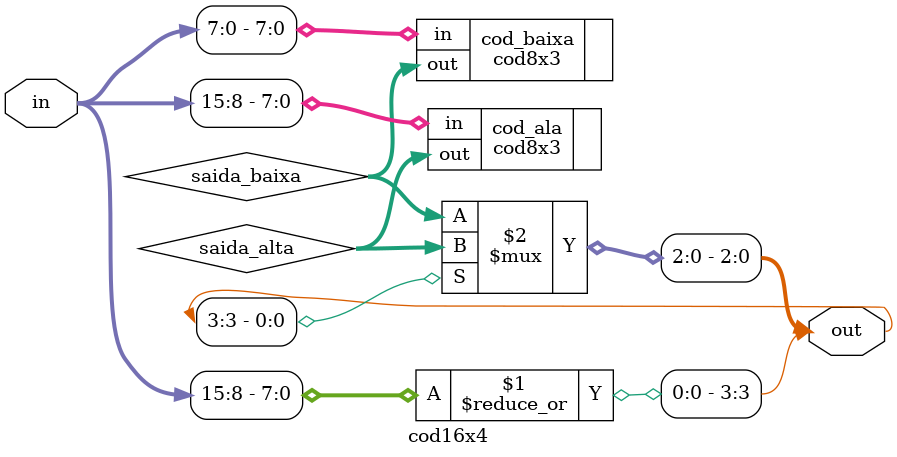
<source format=v>
module cod16x4 (
    input wire [15:0] in,
    output wire [3:0] out
  );
  wire [2:0] saida_baixa;
  wire [2:0] saida_alta;
  cod8x3 cod_baixa (
           .in(in[7:0]),
           .out(saida_baixa)
         );
  cod8x3 cod_ala (
           .in(in[15:8]),
           .out(saida_alta)
         );
  assign out[3] = |in[15:8];
  assign out[2:0] = (out[3]) ? saida_alta : saida_baixa;
endmodule

</source>
